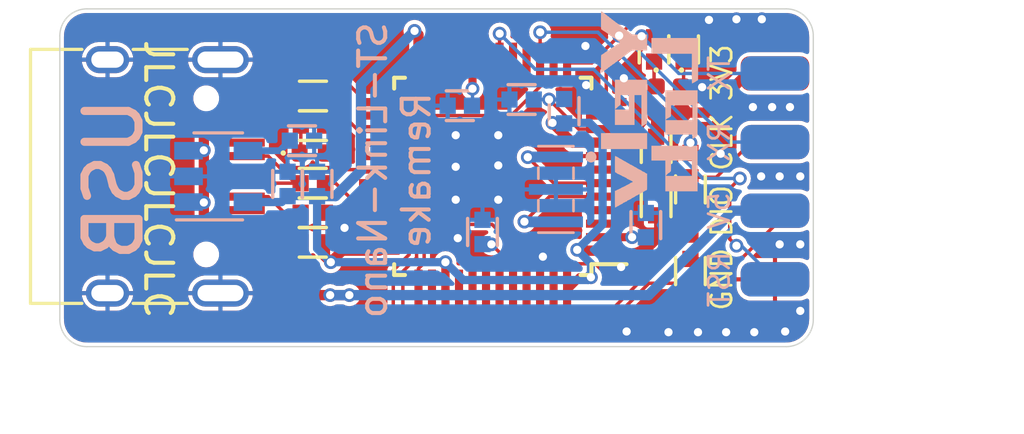
<source format=kicad_pcb>
(kicad_pcb (version 20211014) (generator pcbnew)
  (title_block (title "ST-Link-Nano-Remake") (date "2022-04-07") (rev "V0.1") (company "yelvlab") (comment 1 "Frome peng-zhihui") (comment 2 "Remake") (comment 3 "https://github.com/peng-zhihui/ST-Link-Nano"))
  (layers (0 "F.Cu" signal) (31 "B.Cu" signal) (34 "B.Paste" user) (35 "F.Paste" user) (36 "B.SilkS" user "B.Silkscreen") (37 "F.SilkS" user "F.Silkscreen") (38 "B.Mask" user) (39 "F.Mask" user) (44 "Edge.Cuts" user))
  (net 0 "")
  (net 1 "GND")
  (net 2 "/RST")
  (net 3 "Net-(C2-Pad2)")
  (net 4 "VCC")
  (net 5 "/LED_B")
  (net 6 "Net-(D1-Pad1)")
  (net 7 "/TX")
  (net 8 "Net-(D2-Pad1)")
  (net 9 "/RX")
  (net 10 "Net-(D3-Pad1)")
  (net 11 "Net-(J1-Pad3)")
  (net 12 "Net-(J1-Pad5)")
  (net 13 "+5V")
  (net 14 "/nRST")
  (net 15 "/JTCK")
  (net 16 "/ST_SWCLK")
  (net 17 "/JTMS")
  (net 18 "/ST_SWDIO")
  (net 20 "/USB_N")
  (net 21 "/USB_P")
  (net 23 "Net-(R1-Pad1)")
  (net 24 "Net-(R3-Pad2)")
  (net 25 "Net-(R4-Pad1)")
  (net 26 "Net-(R6-Pad1)")
  (net 27 "Net-(R7-Pad2)")
  (net 28 "Net-(R10-Pad1)")
  (net 29 "Net-(R13-Pad2)")
  (net 44 "Net-(U1-Pad6)")
  (net 45 "Net-(U1-Pad5)")
  (footprint "BPI:C0402" (layer "F.Cu") (at 136.0678 96.1898 90)
    (fp_text reference "C1" hide)
    (fp_text value "104")
    (pad "1" smd rect locked (at -0.45 0 90) (size 0.6 0.6) (layers "F.Cu" "F.Paste" "F.Mask") (net 1 "GND"))
    (pad "2" smd rect locked (at 0.45 0 90) (size 0.6 0.6) (layers "F.Cu" "F.Paste" "F.Mask") (net 2 "/RST"))
  )
  (footprint "LED_SMD:LED_0402_1005Metric" (layer "F.Cu") (at 123.3583 94.3356)
    (fp_text reference "D1" hide)
    (fp_text value "LED_B")
    (pad "1" smd roundrect locked (at -0.485 0) (size 0.59 0.64) (layers "F.Cu" "F.Paste" "F.Mask") (net 6 "Net-(D1-Pad1)"))
    (pad "2" smd roundrect locked (at 0.485 0) (size 0.59 0.64) (layers "F.Cu" "F.Paste" "F.Mask") (net 5 "/LED_B"))
  )
  (footprint "LED_SMD:LED_0402_1005Metric" (layer "F.Cu") (at 136.0678 92.3544 -90)
    (fp_text reference "D2" hide)
    (fp_text value "LED_B")
    (pad "1" smd roundrect locked (at -0.485 0 270) (size 0.59 0.64) (layers "F.Cu" "F.Paste" "F.Mask") (net 8 "Net-(D2-Pad1)"))
    (pad "2" smd roundrect locked (at 0.485 0 270) (size 0.59 0.64) (layers "F.Cu" "F.Paste" "F.Mask") (net 4 "VCC"))
  )
  (footprint "BPI:PinSocket_2x04_P2.54mm_Vertical_SMD" (layer "F.Cu") (at 142.9866 95.1992)
    (fp_text reference "J1" hide)
    (fp_text value "SWD_OUT")
    (pad "1" smd roundrect locked (at -2.52 -3.81) (size 2.54 1.27) (layers "F.Cu" "F.Paste" "F.Mask") (net 4 "VCC"))
    (pad "2" smd roundrect locked (at -2.52 -3.81) (size 2.54 1.27) (layers "B.Cu" "B.Paste" "B.Mask") (roundrect_rratio 0.3) (net 7 "/TX"))
    (pad "3" smd roundrect locked (at -2.52 -1.27) (size 2.54 1.27) (layers "F.Cu" "F.Paste" "F.Mask") (roundrect_rratio 0.3) (net 11 "Net-(J1-Pad3)"))
    (pad "4" smd roundrect locked (at -2.52 -1.27) (size 2.54 1.27) (layers "B.Cu" "B.Paste" "B.Mask") (roundrect_rratio 0.3) (net 9 "/RX"))
    (pad "5" smd roundrect locked (at -2.52 1.27) (size 2.54 1.27) (layers "F.Cu" "F.Paste" "F.Mask") (roundrect_rratio 0.3) (net 12 "Net-(J1-Pad5)"))
    (pad "6" smd roundrect locked (at -2.52 1.27) (size 2.54 1.27) (layers "B.Cu" "B.Paste" "B.Mask") (roundrect_rratio 0.3) (net 13 "+5V"))
    (pad "7" smd roundrect locked (at -2.52 3.81) (size 2.54 1.27) (layers "F.Cu" "F.Paste" "F.Mask") (roundrect_rratio 0.3) (net 1 "GND"))
    (pad "8" smd roundrect locked (at -2.52 3.81) (size 2.54 1.27) (layers "B.Cu" "B.Paste" "B.Mask") (roundrect_rratio 0.3) (net 14 "/nRST"))
  )
  (footprint "BPI:JUMPER_0402" (layer "F.Cu") (at 137.3378 95.6818 90)
    (fp_text reference "JP1" hide)
    (fp_text value "Jumper_3_Bridged12" hide)
    (pad "1" smd rect locked (at -0.45 0 90) (size 0.6 0.6) (layers "F.Cu" "F.Paste" "F.Mask") (net 16 "/ST_SWCLK"))
    (pad "2" smd rect locked (at 0.45 0 90) (size 0.6 0.6) (layers "F.Cu" "F.Paste" "F.Mask") (net 11 "Net-(J1-Pad3)"))
    (pad "3" smd rect locked (at 1.35 0 90) (size 0.6 0.6) (layers "F.Cu" "F.Paste" "F.Mask") (net 15 "/JTCK"))
  )
  (footprint "BPI:JUMPER_0402" (layer "F.Cu") (at 137.3378 98.7044 90)
    (fp_text reference "JP2" hide)
    (fp_text value "Jumper_3_Bridged12" hide)
    (pad "1" smd rect locked (at -0.45 0 90) (size 0.6 0.6) (layers "F.Cu" "F.Paste" "F.Mask") (net 18 "/ST_SWDIO"))
    (pad "2" smd rect locked (at 0.45 0 90) (size 0.6 0.6) (layers "F.Cu" "F.Paste" "F.Mask") (net 12 "Net-(J1-Pad5)"))
    (pad "3" smd rect locked (at 1.35 0 90) (size 0.6 0.6) (layers "F.Cu" "F.Paste" "F.Mask") (net 17 "/JTMS"))
  )
  (footprint "Connector_USB:USB_C_Receptacle_HRO_TYPE-C-31-M-12" (layer "F.Cu") (at 116.8146 95.1992 -90)
    (fp_text reference "P1" hide)
    (fp_text value "USB_C_Plug")
    (pad "" np_thru_hole circle locked (at 2.89 -2.6 270) (size 0.65 0.65) (drill 0.65) (layers *.Cu *.Mask))
    (pad "" np_thru_hole circle locked (at -2.89 -2.6 270) (size 0.65 0.65) (drill 0.65) (layers *.Cu *.Mask))
    (pad "A1" smd rect locked (at -3.25 -4.045 270) (size 0.6 1.45) (layers "F.Cu" "F.Paste" "F.Mask") (net 1 "GND"))
    (pad "A4" smd rect locked (at -2.45 -4.045 270) (size 0.6 1.45) (layers "F.Cu" "F.Paste" "F.Mask") (net 13 "+5V"))
    (pad "A5" smd rect locked (at -1.25 -4.045 270) (size 0.3 1.45) (layers "F.Cu" "F.Paste" "F.Mask"))
    (pad "A6" smd rect locked (at -0.25 -4.045 270) (size 0.3 1.45) (layers "F.Cu" "F.Paste" "F.Mask") (net 21 "/USB_P"))
    (pad "A7" smd rect locked (at 0.25 -4.045 270) (size 0.3 1.45) (layers "F.Cu" "F.Paste" "F.Mask") (net 20 "/USB_N"))
    (pad "A8" smd rect locked (at 1.25 -4.045 270) (size 0.3 1.45) (layers "F.Cu" "F.Paste" "F.Mask"))
    (pad "A9" smd rect locked (at 2.45 -4.045 270) (size 0.6 1.45) (layers "F.Cu" "F.Paste" "F.Mask") (net 13 "+5V"))
    (pad "A12" smd rect locked (at 3.25 -4.045 270) (size 0.6 1.45) (layers "F.Cu" "F.Paste" "F.Mask") (net 1 "GND"))
    (pad "B1" smd rect locked (at 3.25 -4.045 270) (size 0.6 1.45) (layers "F.Cu" "F.Paste" "F.Mask") (net 1 "GND"))
    (pad "B4" smd rect locked (at 2.45 -4.045 270) (size 0.6 1.45) (layers "F.Cu" "F.Paste" "F.Mask") (net 13 "+5V"))
    (pad "B5" smd rect locked (at 1.75 -4.045 270) (size 0.3 1.45) (layers "F.Cu" "F.Paste" "F.Mask"))
    (pad "B6" smd rect locked (at 0.75 -4.045 270) (size 0.3 1.45) (layers "F.Cu" "F.Paste" "F.Mask") (net 21 "/USB_P"))
    (pad "B7" smd rect locked (at -0.75 -4.045 270) (size 0.3 1.45) (layers "F.Cu" "F.Paste" "F.Mask") (net 20 "/USB_N"))
    (pad "B8" smd rect locked (at -1.75 -4.045 270) (size 0.3 1.45) (layers "F.Cu" "F.Paste" "F.Mask"))
    (pad "B9" smd rect locked (at -2.45 -4.045 270) (size 0.6 1.45) (layers "F.Cu" "F.Paste" "F.Mask") (net 13 "+5V"))
    (pad "B12" smd rect locked (at -3.25 -4.045 270) (size 0.6 1.45) (layers "F.Cu" "F.Paste" "F.Mask") (net 1 "GND"))
    (pad "S1" thru_hole oval locked (at -4.32 -3.13 270) (size 1 2.1) (drill oval 0.6 1.7) (layers *.Cu *.Mask) (net 1 "GND"))
    (pad "S1" thru_hole oval locked (at 4.32 -3.13 270) (size 1 2.1) (drill oval 0.6 1.7) (layers *.Cu *.Mask) (net 1 "GND"))
    (pad "S1" thru_hole oval locked (at 4.32 1.05 270) (size 1 1.6) (drill oval 0.6 1.2) (layers *.Cu *.Mask) (net 1 "GND"))
    (pad "S1" thru_hole oval locked (at -4.32 1.05 270) (size 1 1.6) (drill oval 0.6 1.2) (layers *.Cu *.Mask) (net 1 "GND"))
  )
  (footprint "BPI:R0402" (layer "F.Cu") (at 123.3606 95.4532 180)
    (fp_text reference "R4" hide)
    (fp_text value "22R")
    (pad "1" smd rect locked (at -0.45 0 180) (size 0.6 0.6) (layers "F.Cu" "F.Paste" "F.Mask") (net 25 "Net-(R4-Pad1)"))
    (pad "2" smd rect locked (at 0.45 0 180) (size 0.6 0.6) (layers "F.Cu" "F.Paste" "F.Mask") (net 20 "/USB_N"))
  )
  (footprint "BPI:R0402" (layer "F.Cu") (at 123.3678 93.3196 180)
    (fp_text reference "R5" hide)
    (fp_text value "3K3")
    (pad "1" smd rect locked (at -0.45 0 180) (size 0.6 0.6) (layers "F.Cu" "F.Paste" "F.Mask") (net 1 "GND"))
    (pad "2" smd rect locked (at 0.45 0 180) (size 0.6 0.6) (layers "F.Cu" "F.Paste" "F.Mask") (net 6 "Net-(D1-Pad1)"))
  )
  (footprint "BPI:R0402" (layer "F.Cu") (at 123.3606 96.5454 180)
    (fp_text reference "R6" hide)
    (fp_text value "22R")
    (pad "1" smd rect locked (at -0.45 0 180) (size 0.6 0.6) (layers "F.Cu" "F.Paste" "F.Mask") (net 26 "Net-(R6-Pad1)"))
    (pad "2" smd rect locked (at 0.45 0 180) (size 0.6 0.6) (layers "F.Cu" "F.Paste" "F.Mask") (net 21 "/USB_P"))
  )
  (footprint "BPI:R0402" (layer "F.Cu") (at 123.3678 92.2274 180)
    (fp_text reference "R7" hide)
    (fp_text value "10K")
    (pad "1" smd rect locked (at -0.45 0 180) (size 0.6 0.6) (layers "F.Cu" "F.Paste" "F.Mask") (net 17 "/JTMS"))
    (pad "2" smd rect locked (at 0.45 0 180) (size 0.6 0.6) (layers "F.Cu" "F.Paste" "F.Mask") (net 27 "Net-(R7-Pad2)"))
  )
  (footprint "BPI:R0402" (layer "F.Cu") (at 135.9916 90.5002 90)
    (fp_text reference "R8" hide)
    (fp_text value "680R")
    (pad "1" smd rect locked (at -0.45 0 90) (size 0.6 0.6) (layers "F.Cu" "F.Paste" "F.Mask") (net 8 "Net-(D2-Pad1)"))
    (pad "2" smd rect locked (at 0.45 0 90) (size 0.6 0.6) (layers "F.Cu" "F.Paste" "F.Mask") (net 7 "/TX"))
  )
  (footprint "BPI:R0402" (layer "F.Cu") (at 137.0838 90.5002 90)
    (fp_text reference "R9" hide)
    (fp_text value "680R")
    (pad "1" smd rect locked (at -0.45 0 90) (size 0.6 0.6) (layers "F.Cu" "F.Paste" "F.Mask") (net 10 "Net-(D3-Pad1)"))
    (pad "2" smd rect locked (at 0.45 0 90) (size 0.6 0.6) (layers "F.Cu" "F.Paste" "F.Mask") (net 9 "/RX"))
  )
  (footprint "BPI:R0402" (layer "F.Cu") (at 123.360612 97.6376)
    (fp_text reference "R11" hide)
    (fp_text value "10K")
    (pad "1" smd rect locked (at -0.45 0) (size 0.6 0.6) (layers "F.Cu" "F.Paste" "F.Mask") (net 21 "/USB_P"))
    (pad "2" smd rect locked (at 0.45 0) (size 0.6 0.6) (layers "F.Cu" "F.Paste" "F.Mask") (net 4 "VCC"))
  )
  (footprint "BPI:R0402" (layer "F.Cu") (at 136.0678 94.1832 -90)
    (fp_text reference "R12" hide)
    (fp_text value "10K")
    (pad "1" smd rect locked (at -0.45 0 270) (size 0.6 0.6) (layers "F.Cu" "F.Paste" "F.Mask") (net 4 "VCC"))
    (pad "2" smd rect locked (at 0.45 0 270) (size 0.6 0.6) (layers "F.Cu" "F.Paste" "F.Mask") (net 2 "/RST"))
  )
  (footprint "LED_SMD:LED_0402_1005Metric" (layer "F.Cu") (at 137.0076 92.3544 -90)
    (fp_text reference "D3" hide)
    (fp_text value "LED_B")
    (pad "1" smd roundrect locked (at -0.485 0 270) (size 0.59 0.64) (layers "F.Cu" "F.Paste" "F.Mask") (net 10 "Net-(D3-Pad1)"))
    (pad "2" smd roundrect locked (at 0.485 0 270) (size 0.59 0.64) (layers "F.Cu" "F.Paste" "F.Mask") (net 4 "VCC"))
  )
  (footprint "BPI:QFP-48_7x7_Pitch0.5mm" (layer "F.Cu") (at 130.0226 95.1992 180)
    (fp_text reference "U1" hide)
    (fp_text value "STM32F103CBT6")
    (pad "1" smd rect locked (at -4.2 -2.75 270) (size 0.3 1.5) (layers "F.Cu" "F.Paste" "F.Mask") (net 4 "VCC"))
    (pad "2" smd rect locked (at -4.2 -2.25 270) (size 0.3 1.5) (layers "F.Cu" "F.Paste" "F.Mask") (net 28 "Net-(R10-Pad1)"))
    (pad "3" smd rect locked (at -4.2 -1.75 270) (size 0.3 1.5) (layers "F.Cu" "F.Paste" "F.Mask"))
    (pad "4" smd rect locked (at -4.2 -1.25 270) (size 0.3 1.5) (layers "F.Cu" "F.Paste" "F.Mask"))
    (pad "5" smd rect locked (at -4.2 -0.75 270) (size 0.3 1.5) (layers "F.Cu" "F.Paste" "F.Mask") (net 45 "Net-(U1-Pad5)"))
    (pad "6" smd rect locked (at -4.2 -0.25 270) (size 0.3 1.5) (layers "F.Cu" "F.Paste" "F.Mask") (net 44 "Net-(U1-Pad6)"))
    (pad "7" smd rect locked (at -4.2 0.25 270) (size 0.3 1.5) (layers "F.Cu" "F.Paste" "F.Mask") (net 2 "/RST"))
    (pad "8" smd rect locked (at -4.2 0.75 270) (size 0.3 1.5) (layers "F.Cu" "F.Paste" "F.Mask") (net 1 "GND"))
    (pad "9" smd rect locked (at -4.2 1.25 270) (size 0.3 1.5) (layers "F.Cu" "F.Paste" "F.Mask") (net 4 "VCC"))
    (pad "10" smd rect locked (at -4.2 1.75 270) (size 0.3 1.5) (layers "F.Cu" "F.Paste" "F.Mask") (net 23 "Net-(R1-Pad1)"))
    (pad "11" smd rect locked (at -4.2 2.25 270) (size 0.3 1.5) (layers "F.Cu" "F.Paste" "F.Mask"))
    (pad "12" smd rect locked (at -4.2 2.75 270) (size 0.3 1.5) (layers "F.Cu" "F.Paste" "F.Mask") (net 7 "/TX"))
    (pad "13" smd rect locked (at -2.75 4.2 180) (size 0.3 1.5) (layers "F.Cu" "F.Paste" "F.Mask") (net 9 "/RX"))
    (pad "14" smd rect locked (at -2.25 4.2 180) (size 0.3 1.5) (layers "F.Cu" "F.Paste" "F.Mask"))
    (pad "15" smd rect locked (at -1.75 4.2 180) (size 0.3 1.5) (layers "F.Cu" "F.Paste" "F.Mask") (net 15 "/JTCK"))
    (pad "16" smd rect locked (at -1.25 4.2 180) (size 0.3 1.5) (layers "F.Cu" "F.Paste" "F.Mask"))
    (pad "17" smd rect locked (at -0.75 4.2 180) (size 0.3 1.5) (layers "F.Cu" "F.Paste" "F.Mask"))
    (pad "18" smd rect locked (at -0.25 4.2 180) (size 0.3 1.5) (layers "F.Cu" "F.Paste" "F.Mask") (net 14 "/nRST"))
    (pad "19" smd rect locked (at 0.25 4.2 180) (size 0.3 1.5) (layers "F.Cu" "F.Paste" "F.Mask"))
    (pad "20" smd rect locked (at 0.75 4.2 180) (size 0.3 1.5) (layers "F.Cu" "F.Paste" "F.Mask") (net 24 "Net-(R3-Pad2)"))
    (pad "21" smd rect locked (at 1.25 4.2 180) (size 0.3 1.5) (layers "F.Cu" "F.Paste" "F.Mask") (net 1 "GND"))
    (pad "22" smd rect locked (at 1.75 4.2 180) (size 0.3 1.5) (layers "F.Cu" "F.Paste" "F.Mask"))
    (pad "23" smd rect locked (at 2.25 4.2 180) (size 0.3 1.5) (layers "F.Cu" "F.Paste" "F.Mask") (net 1 "GND"))
    (pad "24" smd rect locked (at 2.75 4.2 180) (size 0.3 1.5) (layers "F.Cu" "F.Paste" "F.Mask") (net 4 "VCC"))
    (pad "25" smd rect locked (at 4.2 2.75 270) (size 0.3 1.5) (layers "F.Cu" "F.Paste" "F.Mask") (net 27 "Net-(R7-Pad2)"))
    (pad "26" smd rect locked (at 4.2 2.25 270) (size 0.3 1.5) (layers "F.Cu" "F.Paste" "F.Mask") (net 15 "/JTCK"))
    (pad "27" smd rect locked (at 4.2 1.75 270) (size 0.3 1.5) (layers "F.Cu" "F.Paste" "F.Mask") (net 17 "/JTMS"))
    (pad "28" smd rect locked (at 4.2 1.25 270) (size 0.3 1.5) (layers "F.Cu" "F.Paste" "F.Mask"))
    (pad "29" smd rect locked (at 4.2 0.75 270) (size 0.3 1.5) (layers "F.Cu" "F.Paste" "F.Mask"))
    (pad "30" smd rect locked (at 4.2 0.25 270) (size 0.3 1.5) (layers "F.Cu" "F.Paste" "F.Mask") (net 5 "/LED_B"))
    (pad "31" smd rect locked (at 4.2 -0.25 270) (size 0.3 1.5) (layers "F.Cu" "F.Paste" "F.Mask"))
    (pad "32" smd rect locked (at 4.2 -0.75 270) (size 0.3 1.5) (layers "F.Cu" "F.Paste" "F.Mask") (net 25 "Net-(R4-Pad1)"))
    (pad "33" smd rect locked (at 4.2 -1.25 270) (size 0.3 1.5) (layers "F.Cu" "F.Paste" "F.Mask") (net 26 "Net-(R6-Pad1)"))
    (pad "34" smd rect locked (at 4.2 -1.75 270) (size 0.3 1.5) (layers "F.Cu" "F.Paste" "F.Mask") (net 18 "/ST_SWDIO"))
    (pad "35" smd rect locked (at 4.2 -2.25 270) (size 0.3 1.5) (layers "F.Cu" "F.Paste" "F.Mask") (net 1 "GND"))
    (pad "36" smd rect locked (at 4.2 -2.75 270) (size 0.3 1.5) (layers "F.Cu" "F.Paste" "F.Mask") (net 4 "VCC"))
    (pad "37" smd rect locked (at 2.75 -4.2 180) (size 0.3 1.5) (layers "F.Cu" "F.Paste" "F.Mask") (net 16 "/ST_SWCLK"))
    (pad "38" smd rect locked (at 2.25 -4.2 180) (size 0.3 1.5) (layers "F.Cu" "F.Paste" "F.Mask"))
    (pad "39" smd rect locked (at 1.75 -4.2 180) (size 0.3 1.5) (layers "F.Cu" "F.Paste" "F.Mask") (net 4 "VCC"))
    (pad "40" smd rect locked (at 1.25 -4.2 180) (size 0.3 1.5) (layers "F.Cu" "F.Paste" "F.Mask"))
    (pad "41" smd rect locked (at 0.75 -4.2 180) (size 0.3 1.5) (layers "F.Cu" "F.Paste" "F.Mask"))
    (pad "42" smd rect locked (at 0.25 -4.2 180) (size 0.3 1.5) (layers "F.Cu" "F.Paste" "F.Mask"))
    (pad "43" smd rect locked (at -0.25 -4.2 180) (size 0.3 1.5) (layers "F.Cu" "F.Paste" "F.Mask"))
    (pad "44" smd rect locked (at -0.75 -4.2 180) (size 0.3 1.5) (layers "F.Cu" "F.Paste" "F.Mask") (net 29 "Net-(R13-Pad2)"))
    (pad "45" smd rect locked (at -1.25 -4.2 180) (size 0.3 1.5) (layers "F.Cu" "F.Paste" "F.Mask"))
    (pad "46" smd rect locked (at -1.75 -4.2 180) (size 0.3 1.5) (layers "F.Cu" "F.Paste" "F.Mask"))
    (pad "47" smd rect locked (at -2.25 -4.2 180) (size 0.3 1.5) (layers "F.Cu" "F.Paste" "F.Mask") (net 1 "GND"))
    (pad "48" smd rect locked (at -2.75 -4.2 180) (size 0.3 1.5) (layers "F.Cu" "F.Paste" "F.Mask") (net 4 "VCC"))
  )
  (footprint "BPI:C0402" (layer "B.Cu") (at 122.9614 93.8784 180)
    (fp_text reference "C2" hide)
    (fp_text value "106")
    (pad "1" smd rect locked (at -0.45 0 180) (size 0.6 0.6) (layers "B.Cu" "B.Paste" "B.Mask") (net 1 "GND"))
    (pad "2" smd rect locked (at 0.45 0 180) (size 0.6 0.6) (layers "B.Cu" "B.Paste" "B.Mask") (net 3 "Net-(C2-Pad2)"))
  )
  (footprint "BPI:C0402" (layer "B.Cu") (at 122.428 95.4786 -90)
    (fp_text reference "C3" hide)
    (fp_text value "106" hide)
    (pad "1" smd rect locked (at -0.45 0 270) (size 0.6 0.6) (layers "B.Cu" "B.Paste" "B.Mask") (net 1 "GND"))
    (pad "2" smd rect locked (at 0.45 0 270) (size 0.6 0.6) (layers "B.Cu" "B.Paste" "B.Mask") (net 4 "VCC"))
  )
  (footprint "BPI:C0402" (layer "B.Cu") (at 123.5202 95.4786 -90)
    (fp_text reference "C4" hide)
    (fp_text value "104" hide)
    (pad "1" smd rect locked (at -0.45 0 270) (size 0.6 0.6) (layers "B.Cu" "B.Paste" "B.Mask") (net 1 "GND"))
    (pad "2" smd rect locked (at 0.45 0 270) (size 0.6 0.6) (layers "B.Cu" "B.Paste" "B.Mask") (net 4 "VCC"))
  )
  (footprint "BPI:R0402" (layer "B.Cu") (at 132.6642 92.7862 -90)
    (fp_text reference "R1" hide)
    (fp_text value "10K" hide)
    (pad "1" smd rect locked (at -0.45 0 270) (size 0.6 0.6) (layers "B.Cu" "B.Paste" "B.Mask") (net 23 "Net-(R1-Pad1)"))
    (pad "2" smd rect locked (at 0.45 0 270) (size 0.6 0.6) (layers "B.Cu" "B.Paste" "B.Mask") (net 4 "VCC"))
  )
  (footprint "BPI:R0402" (layer "B.Cu") (at 131.0894 92.3544 180)
    (fp_text reference "R2" hide)
    (fp_text value "10K" hide)
    (pad "1" smd rect locked (at -0.45 0 180) (size 0.6 0.6) (layers "B.Cu" "B.Paste" "B.Mask") (net 23 "Net-(R1-Pad1)"))
    (pad "2" smd rect locked (at 0.45 0 180) (size 0.6 0.6) (layers "B.Cu" "B.Paste" "B.Mask") (net 1 "GND"))
  )
  (footprint "BPI:R0402" (layer "B.Cu") (at 128.8034 92.583)
    (fp_text reference "R3" hide)
    (fp_text value "10K")
    (pad "1" smd rect locked (at -0.45 0) (size 0.6 0.6) (layers "B.Cu" "B.Paste" "B.Mask") (net 1 "GND"))
    (pad "2" smd rect locked (at 0.45 0) (size 0.6 0.6) (layers "B.Cu" "B.Paste" "B.Mask") (net 24 "Net-(R3-Pad2)"))
  )
  (footprint "BPI:R0402" (layer "B.Cu") (at 135.6868 97.0026 90)
    (fp_text reference "R10" hide)
    (fp_text value "10K" hide)
    (pad "1" smd rect locked (at -0.45 0 90) (size 0.6 0.6) (layers "B.Cu" "B.Paste" "B.Mask") (net 28 "Net-(R10-Pad1)"))
    (pad "2" smd rect locked (at 0.45 0 90) (size 0.6 0.6) (layers "B.Cu" "B.Paste" "B.Mask") (net 1 "GND"))
  )
  (footprint "BPI:R0402" (layer "B.Cu") (at 129.6416 97.2566 -90)
    (fp_text reference "R13" hide)
    (fp_text value "10K" hide)
    (pad "1" smd rect locked (at -0.45 0 270) (size 0.6 0.6) (layers "B.Cu" "B.Paste" "B.Mask") (net 1 "GND"))
    (pad "2" smd rect locked (at 0.45 0 270) (size 0.6 0.6) (layers "B.Cu" "B.Paste" "B.Mask") (net 29 "Net-(R13-Pad2)"))
  )
  (footprint "Package_TO_SOT_SMD:SOT-23-5" (layer "B.Cu") (at 119.8626 95.1992)
    (fp_text reference "U2" hide)
    (fp_text value "LP2992-3V3")
    (pad "1" smd rect locked (at -1.1 0.95) (size 1.06 0.65) (layers "B.Cu" "B.Paste" "B.Mask") (net 13 "+5V"))
    (pad "2" smd rect locked (at -1.1 0) (size 1.06 0.65) (layers "B.Cu" "B.Paste" "B.Mask") (net 1 "GND"))
    (pad "3" smd rect locked (at -1.1 -0.95) (size 1.06 0.65) (layers "B.Cu" "B.Paste" "B.Mask") (net 13 "+5V"))
    (pad "4" smd rect locked (at 1.1 -0.95) (size 1.06 0.65) (layers "B.Cu" "B.Paste" "B.Mask") (net 3 "Net-(C2-Pad2)"))
    (pad "5" smd rect locked (at 1.1 0.95) (size 1.06 0.65) (layers "B.Cu" "B.Paste" "B.Mask") (net 4 "VCC"))
  )
  (footprint "BPI:CSTCE16M" (layer "B.Cu") (at 132.3594 95.6818 90)
    (fp_text reference "Y1" hide)
    (fp_text value "Crystal_8M-3213-3P" hide)
    (pad "1" smd rect locked (at 1.2 0 90) (size 0.4 2) (layers "B.Cu" "B.Paste" "B.Mask") (net 44 "Net-(U1-Pad6)"))
    (pad "2" smd rect locked (at 0 0 90) (size 0.4 2) (layers "B.Cu" "B.Paste" "B.Mask") (net 1 "GND"))
    (pad "3" smd rect locked (at -1.2 0 90) (size 0.4 2) (layers "B.Cu" "B.Paste" "B.Mask") (net 45 "Net-(U1-Pad5)"))
  )
  (footprint "Image:yelvlab-1" (layer "B.Cu") (at 135.763 92.7608 -90)
    (fp_text reference "G***" hide)
    (fp_text value "LOGO" hide)
  )
  (gr_line (start 114 100.5) (end 114 90) (layer "Edge.Cuts") (width 0.05))
  (gr_arc (start 114 90) (mid 114.292893 89.292893) (end 115 89) (layer "Edge.Cuts") (width 0.05))
  (gr_line (start 115 89) (end 140.8844 89) (layer "Edge.Cuts") (width 0.05))
  (gr_line (start 115 101.5) (end 140.8844 101.5) (layer "Edge.Cuts") (width 0.05))
  (gr_arc (start 115 101.5) (mid 114.292893 101.207107) (end 114 100.5) (layer "Edge.Cuts") (width 0.05))
  (gr_arc (start 141.8844 100.5) (mid 141.591507 101.207107) (end 140.8844 101.5) (layer "Edge.Cuts") (width 0.05))
  (gr_arc (start 140.8844 89) (mid 141.591507 89.292893) (end 141.8844 90) (layer "Edge.Cuts") (width 0.05))
  (gr_line (start 141.8844 90) (end 141.8844 100.5) (layer "Edge.Cuts") (width 0.05))
  (gr_text "RX" (at 138.4046 93.9165 90) (layer "B.SilkS") (effects (font (size 0.762 0.762) (thickness 0.1016)) (justify mirror)))
  (gr_text "5V" (at 138.4046 96.4692 90) (layer "B.SilkS") (effects (font (size 0.762 0.762) (thickness 0.1016)) (justify mirror)))
  (gr_text "ST-Link-Nano\nRemake" (at 126.3904 94.9706 90) (layer "B.SilkS") (effects (font (size 1 1)) (justify mirror)))
  (gr_text "RST" (at 138.4046 99.0092 90) (layer "B.SilkS") (effects (font (size 0.762 0.762) (thickness 0.1016)) (justify mirror)))
  (gr_text "TX" (at 138.4046 91.3892 90) (layer "B.SilkS") (effects (font (size 0.762 0.762) (thickness 0.1016)) (justify mirror)))
  (gr_text "USB" (at 116.0018 95.3008 90) (layer "B.SilkS") (effects (font (size 2 2) (thickness 0.3)) (justify mirror)))
  (gr_text "CLK" (at 138.4988 93.9292 90) (layer "F.SilkS") (effects (font (size 0.762 0.762) (thickness 0.1016))))
  (gr_text "JLCJLCJLCJLC\n" (at 117.6528 95.3008 -90) (layer "F.SilkS") (effects (font (size 1 1))))
  (gr_text "DIO" (at 138.4988 96.4819 90) (layer "F.SilkS") (effects (font (size 0.762 0.762) (thickness 0.1016))))
  (gr_text "3V3" (at 138.4988 91.3638 90) (layer "F.SilkS") (effects (font (size 0.762 0.762) (thickness 0.1016))))
  (gr_text "GND" (at 138.4988 99.0092 90) (layer "F.SilkS") (effects (font (size 0.762 0.762) (thickness 0.1016))))
  (segment (start 121.7116 91.9492) (end 120.8596 91.9492) (width 0.127) (layer "F.Cu") (net 1))
  (segment (start 123.7114 92.7862) (end 122.5486 92.7862) (width 0.127) (layer "F.Cu") (net 1))
  (segment (start 123.8178 93.3196) (end 123.8178 92.8926) (width 0.127) (layer "F.Cu") (net 1))
  (segment (start 123.8178 92.8926) (end 123.7114 92.7862) (width 0.127) (layer "F.Cu") (net 1))
  (segment (start 122.5486 92.7862) (end 121.7116 91.9492) (width 0.127) (layer "F.Cu") (net 1))
  (via (at 137.7696 91.8972) (size 0.508) (drill 0.3048) (layers "F.Cu" "B.Cu") (net 1))
  (via (at 139.6492 92.6338) (size 0.508) (drill 0.3048) (layers "F.Cu" "B.Cu") (net 1))
  (via (at 140.3604 92.6338) (size 0.508) (drill 0.3048) (layers "F.Cu" "B.Cu") (net 1))
  (via (at 133.477 91.821) (size 0.508) (drill 0.3048) (layers "F.Cu" "B.Cu") (net 1))
  (via (at 124.5362 97.1042) (size 0.508) (drill 0.3048) (layers "F.Cu" "B.Cu") (net 1))
  (via (at 128.651 94.8436) (size 0.508) (drill 0.3048) (layers "F.Cu" "B.Cu") (net 1))
  (via (at 130.2258 93.6752) (size 0.508) (drill 0.3048) (layers "F.Cu" "B.Cu") (net 1))
  (via (at 140.6398 95.1992) (size 0.508) (drill 0.3048) (layers "F.Cu" "B.Cu") (net 1))
  (via (at 141.4018 97.7138) (size 0.508) (drill 0.3048) (layers "F.Cu" "B.Cu") (net 1))
  (via (at 133.4516 90.3732) (size 0.508) (drill 0.3048) (layers "F.Cu" "B.Cu") (net 1))
  (via (at 138.0236 89.408) (size 0.508) (drill 0.3048) (layers "F.Cu" "B.Cu") (net 1))
  (via (at 134.9756 100.9396) (size 0.508) (drill 0.3048) (layers "F.Cu" "B.Cu") (net 1))
  (via (at 139.0396 89.3826) (size 0.508) (drill 0.3048) (layers "F.Cu" "B.Cu") (net 1))
  (via (at 138.6586 100.965) (size 0.508) (drill 0.3048) (layers "F.Cu" "B.Cu") (net 1))
  (via (at 140.6398 97.7138) (size 0.508) (drill 0.3048) (layers "F.Cu" "B.Cu") (net 1))
  (via (at 139.954 95.1992) (size 0.508) (drill 0.3048) (layers "F.Cu" "B.Cu") (net 1))
  (via (at 139.7 100.965) (size 0.508) (drill 0.3048) (layers "F.Cu" "B.Cu") (net 1))
  (via (at 139.9794 89.3826) (size 0.508) (drill 0.3048) (layers "F.Cu" "B.Cu") (net 1))
  (via (at 140.843 100.9396) (size 0.508) (drill 0.3048) (layers "F.Cu" "B.Cu") (net 1))
  (via (at 141.4018 95.1992) (size 0.508) (drill 0.3048) (layers "F.Cu" "B.Cu") (net 1))
  (via (at 134.7724 98.552) (size 0.508) (drill 0.3048) (layers "F.Cu" "B.Cu") (net 1))
  (via (at 130.2258 96.0628) (size 0.508) (drill 0.3048) (layers "F.Cu" "B.Cu") (net 1))
  (via (at 141.4018 100.1776) (size 0.508) (drill 0.3048) (layers "F.Cu" "B.Cu") (net 1))
  (via (at 130.2258 94.7928) (size 0.508) (drill 0.3048) (layers "F.Cu" "B.Cu") (net 1))
  (via (at 138.4554 94.361) (size 0.508) (drill 0.3048) (layers "F.Cu" "B.Cu") (net 1))
  (via (at 131.8768 98.171) (size 0.508) (drill 0.3048) (layers "F.Cu" "B.Cu") (net 1))
  (via (at 136.525 100.965) (size 0.508) (drill 0.3048) (layers "F.Cu" "B.Cu") (net 1))
  (via (at 134.874 91.567) (size 0.508) (drill 0.3048) (layers "F.Cu" "B.Cu") (net 1))
  (via (at 137.6172 100.965) (size 0.508) (drill 0.3048) (layers "F.Cu" "B.Cu") (net 1))
  (via (at 128.651 96.0628) (size 0.508) (drill 0.3048) (layers "F.Cu" "B.Cu") (net 1))
  (via (at 128.7272 97.4852) (size 0.508) (drill 0.3048) (layers "F.Cu" "B.Cu") (net 1))
  (via (at 141.0208 92.6338) (size 0.508) (drill 0.3048) (layers "F.Cu" "B.Cu") (net 1))
  (via (at 128.651 93.6752) (size 0.508) (drill 0.3048) (layers "F.Cu" "B.Cu") (net 1))
  (segment (start 134.2226 94.9492) (end 135.7518 94.9492) (width 0.127) (layer "F.Cu") (net 2))
  (segment (start 135.7518 94.9492) (end 136.0678 94.6332) (width 0.127) (layer "F.Cu") (net 2))
  (segment (start 136.0678 94.6332) (end 136.0678 95.7398) (width 0.127) (layer "F.Cu") (net 2))
  (segment (start 122.1406 94.2492) (end 122.5114 93.8784) (width 0.254) (layer "B.Cu") (net 3))
  (segment (start 120.9626 94.2492) (end 122.1406 94.2492) (width 0.254) (layer "B.Cu") (net 3))
  (segment (start 134.2226 97.9492) (end 133.179 97.9492) (width 0.381) (layer "F.Cu") (net 4))
  (segment (start 123.810612 98.156612) (end 124.0282 98.3742) (width 0.381) (layer "F.Cu") (net 4))
  (segment (start 134.2226 93.9492) (end 132.9636 93.9492) (width 0.381) (layer "F.Cu") (net 4))
  (segment (start 137.9958 92.8394) (end 136.0678 92.8394) (width 0.381) (layer "F.Cu") (net 4))
  (segment (start 127.2726 90.9992) (end 127.2726 89.96) (width 0.381) (layer "F.Cu") (net 4))
  (segment (start 140.4666 91.3892) (end 139.446 91.3892) (width 0.381) (layer "F.Cu") (net 4))
  (segment (start 128.27 99.3966) (end 128.2726 99.3992) (width 0.3048) (layer "F.Cu") (net 4))
  (segment (start 133.179 97.9492) (end 133.1468 97.917) (width 0.381) (layer "F.Cu") (net 4))
  (segment (start 124.4532 97.9492) (end 124.0282 98.3742) (width 0.381) (layer "F.Cu") (net 4))
  (segment (start 123.810612 97.6376) (end 123.810612 98.156612) (width 0.381) (layer "F.Cu") (net 4))
  (segment (start 133.2388 98.933) (end 132.7726 99.3992) (width 0.3048) (layer "F.Cu") (net 4))
  (segment (start 125.8226 97.9492) (end 124.4532 97.9492) (width 0.381) (layer "F.Cu") (net 4))
  (segment (start 136.0678 93.7332) (end 136.0678 92.8394) (width 0.381) (layer "F.Cu") (net 4))
  (segment (start 132.9636 93.9492) (end 132.2324 93.218) (width 0.381) (layer "F.Cu") (net 4))
  (segment (start 139.446 91.3892) (end 137.9958 92.8394) (width 0.381) (layer "F.Cu") (net 4))
  (segment (start 133.6548 98.933) (end 133.2388 98.933) (width 0.3048) (layer "F.Cu") (net 4))
  (segment (start 128.27 98.3742) (end 128.27 99.3966) (width 0.3048) (layer "F.Cu") (net 4))
  (segment (start 134.2226 93.9492) (end 135.8518 93.9492) (width 0.381) (layer "F.Cu") (net 4))
  (segment (start 127.2726 89.96) (end 127.127 89.8144) (width 0.381) (layer "F.Cu") (net 4))
  (segment (start 135.8518 93.9492) (end 136.0678 93.7332) (width 0.381) (layer "F.Cu") (net 4))
  (via (at 132.2324 93.218) (size 0.508) (drill 0.3048) (layers "F.Cu" "B.Cu") (net 4))
  (via (at 127.127 89.8144) (size 0.508) (drill 0.3048) (layers "F.Cu" "B.Cu") (net 4))
  (via (at 124.0282 98.3742) (size 0.508) (drill 0.3048) (layers "F.Cu" "B.Cu") (net 4))
  (via (at 133.6548 98.933) (size 0.508) (drill 0.3048) (layers "F.Cu" "B.Cu") (net 4))
  (via (at 133.1468 97.917) (size 0.508) (drill 0.3048) (layers "F.Cu" "B.Cu") (net 4))
  (via (at 128.27 98.3742) (size 0.508) (drill 0.3048) (layers "F.Cu" "B.Cu") (net 4))
  (segment (start 134.0866 96.9772) (end 134.0866 93.7006) (width 0.3048) (layer "B.Cu") (net 4))
  (segment (start 124.2012 95.9286) (end 123.5202 95.9286) (width 0.381) (layer "B.Cu") (net 4))
  (segment (start 133.5532 99.0346) (end 133.6548 98.933) (width 0.3048) (layer "B.Cu") (net 4))
  (segment (start 134.0866 93.7006) (end 133.604 93.218) (width 0.3048) (layer "B.Cu") (net 4))
  (segment (start 133.6548 98.425) (end 133.6548 98.933) (width 0.3048) (layer "B.Cu") (net 4))
  (segment (start 133.1468 97.917) (end 133.6548 98.425) (width 0.3048) (layer "B.Cu") (net 4))
  (segment (start 133.604 93.218) (end 132.2324 93.218) (width 0.3048) (layer "B.Cu") (net 4))
  (segment (start 125.1458 94.984) (end 124.2012 95.9286) (width 0.381) (layer "B.Cu") (net 4))
  (segment (start 122.428 95.9286) (end 123.5202 95.9286) (width 0.3048) (layer "B.Cu") (net 4))
  (segment (start 122.2074 96.1492) (end 122.428 95.9286) (width 0.3048) (layer "B.Cu") (net 4))
  (segment (start 123.5202 95.9286) (end 123.5202 97.8662) (width 0.3048) (layer "B.Cu") (net 4))
  (segment (start 125.1458 91.7956) (end 125.1458 94.984) (width 0.381) (layer "B.Cu") (net 4))
  (segment (start 123.5202 97.8662) (end 124.0282 98.3742) (width 0.3048) (layer "B.Cu") (net 4))
  (segment (start 133.1468 97.917) (end 134.0866 96.9772) (width 0.3048) (layer "B.Cu") (net 4))
  (segment (start 132.2506 93.2362) (end 132.2324 93.218) (width 0.3048) (layer "B.Cu") (net 4))
  (segment (start 128.27 98.3742) (end 128.9304 99.0346) (width 0.3048) (layer "B.Cu") (net 4))
  (segment (start 132.6642 93.2362) (end 132.2506 93.2362) (width 0.3048) (layer "B.Cu") (net 4))
  (segment (start 120.9626 96.1492) (end 122.2074 96.1492) (width 0.3048) (layer "B.Cu") (net 4))
  (segment (start 124.0282 98.3742) (end 128.27 98.3742) (width 0.3048) (layer "B.Cu") (net 4))
  (segment (start 127.127 89.8144) (end 125.1458 91.7956) (width 0.381) (layer "B.Cu") (net 4))
  (segment (start 128.9304 99.0346) (end 133.5532 99.0346) (width 0.3048) (layer "B.Cu") (net 4))
  (segment (start 124.4569 94.9492) (end 125.8226 94.9492) (width 0.127) (layer "F.Cu") (net 5))
  (segment (start 123.8433 94.3356) (end 124.4569 94.9492) (width 0.127) (layer "F.Cu") (net 5))
  (segment (start 122.9178 94.2911) (end 122.8733 94.3356) (width 0.127) (layer "F.Cu") (net 6))
  (segment (start 122.9178 93.3196) (end 122.9178 94.2911) (width 0.127) (layer "F.Cu") (net 6))
  (segment (start 134.2226 92.4492) (end 134.2226 91.3184) (width 0.127) (layer "F.Cu") (net 7))
  (segment (start 135.570432 90.0502) (end 135.530616 90.010384) (width 0.127) (layer "F.Cu") (net 7))
  (segment (start 134.2226 91.3184) (end 135.530616 90.010384) (width 0.127) (layer "F.Cu") (net 7))
  (segment (start 135.9916 90.0502) (end 135.570432 90.0502) (width 0.127) (layer "F.Cu") (net 7))
  (via (at 135.530616 90.010384) (size 0.508) (drill 0.3048) (layers "F.Cu" "B.Cu") (net 7))
  (segment (start 140.4666 91.3892) (end 136.909432 91.3892) (width 0.127) (layer "B.Cu") (net 7))
  (segment (start 136.909432 91.3892) (end 135.530616 90.010384) (width 0.127) (layer "B.Cu") (net 7))
  (segment (start 135.9916 90.9502) (end 135.9916 91.7932) (width 0.127) (layer "F.Cu") (net 8))
  (segment (start 135.9916 91.7932) (end 136.0678 91.8694) (width 0.127) (layer "F.Cu") (net 8))
  (segment (start 136.5432 89.5096) (end 135.1788 89.5096) (width 0.127) (layer "F.Cu") (net 9))
  (segment (start 132.7726 90.9992) (end 133.6892 90.9992) (width 0.127) (layer "F.Cu") (net 9))
  (segment (start 137.0838 90.0502) (end 136.5432 89.5096) (width 0.127) (layer "F.Cu") (net 9))
  (segment (start 133.6892 90.9992) (end 134.697916 89.990484) (width 0.127) (layer "F.Cu") (net 9))
  (segment (start 135.1788 89.5096) (end 134.697916 89.990484) (width 0.127) (layer "F.Cu") (net 9))
  (via (at 134.697916 89.990484) (size 0.508) (drill 0.3048) (layers "F.Cu" "B.Cu") (net 9))
  (segment (start 138.7856 93.9292) (end 134.846884 89.990484) (width 0.127) (layer "B.Cu") (net 9))
  (segment (start 134.846884 89.990484) (end 134.697916 89.990484) (width 0.127) (layer "B.Cu") (net 9))
  (segment (start 140.4666 93.9292) (end 138.7856 93.9292) (width 0.127) (layer "B.Cu") (net 9))
  (segment (start 137.0838 91.7932) (end 137.0076 91.8694) (width 0.127) (layer "F.Cu") (net 10))
  (segment (start 137.0838 90.9502) (end 137.0838 91.7932) (width 0.127) (layer "F.Cu") (net 10))
  (segment (start 138.2958 95.2318) (end 137.3378 95.2318) (width 0.127) (layer "F.Cu") (net 11))
  (segment (start 140.4666 93.9292) (end 139.5984 93.9292) (width 0.127) (layer "F.Cu") (net 11))
  (segment (start 139.5984 93.9292) (end 138.2958 95.2318) (width 0.127) (layer "F.Cu") (net 11))
  (segment (start 139.213634 98.2544) (end 140.4666 97.001434) (width 0.127) (layer "F.Cu") (net 12))
  (segment (start 137.3378 98.2544) (end 139.213634 98.2544) (width 0.127) (layer "F.Cu") (net 12))
  (segment (start 140.4666 97.001434) (end 140.4666 96.4692) (width 0.127) (layer "F.Cu") (net 12))
  (segment (start 119.3292 97.0534) (end 119.3292 96.1644) (width 0.381) (layer "F.Cu") (net 13))
  (segment (start 119.3292 96.1644) (end 119.3292 94.234) (width 0.381) (layer "F.Cu") (net 13))
  (segment (start 119.3292 94.234) (end 119.3292 93.3704) (width 0.381) (layer "F.Cu") (net 13))
  (segment (start 124.0028 99.5934) (end 124.714 99.5934) (width 0.381) (layer "F.Cu") (net 13))
  (segment (start 119.3292 93.3704) (end 119.9504 92.7492) (width 0.381) (layer "F.Cu") (net 13))
  (segment (start 119.925 97.6492) (end 119.3292 97.0534) (width 0.381) (layer "F.Cu") (net 13))
  (segment (start 121.703 97.71481) (end 123.58159 99.5934) (width 0.381) (layer "F.Cu") (net 13))
  (segment (start 123.58159 99.5934) (end 124.0028 99.5934) (width 0.381) (layer "F.Cu") (net 13))
  (segment (start 121.703 97.6492) (end 121.703 97.71481) (width 0.381) (layer "F.Cu") (net 13))
  (segment (start 119.9504 92.7492) (end 120.8596 92.7492) (width 0.381) (layer "F.Cu") (net 13))
  (segment (start 120.8596 97.6492) (end 119.925 97.6492) (width 0.381) (layer "F.Cu") (net 13))
  (segment (start 120.8596 97.6492) (end 121.703 97.6492) (width 0.381) (layer "F.Cu") (net 13))
  (via (at 124.714 99.5934) (size 0.508) (drill 0.3048) (layers "F.Cu" "B.Cu") (net 13))
  (via (at 119.3292 96.1644) (size 0.508) (drill 0.3048) (layers "F.Cu" "B.Cu") (net 13))
  (via (at 119.3292 94.234) (size 0.508) (drill 0.3048) (layers "F.Cu" "B.Cu") (net 13))
  (via (at 124.0028 99.5934) (size 0.508) (drill 0.3048) (layers "F.Cu" "B.Cu") (net 13))
  (segment (start 140.4666 96.4692) (end 138.9126 96.4692) (width 0.381) (layer "B.Cu") (net 13))
  (segment (start 124.714 99.5934) (end 124.0028 99.5934) (width 0.381) (layer "B.Cu") (net 13))
  (segment (start 138.9126 96.4692) (end 135.7884 99.5934) (width 0.381) (layer "B.Cu") (net 13))
  (segment (start 135.7884 99.5934) (end 124.714 99.5934) (width 0.381) (layer "B.Cu") (net 13))
  (segment (start 130.2726 90.9992) (end 130.2726 89.92) (width 0.127) (layer "F.Cu") (net 14))
  (segment (start 138.79068 95.65132) (end 138.79068 97.51568) (width 0.127) (layer "F.Cu") (net 14))
  (segment (start 139.1666 95.2754) (end 138.79068 95.65132) (width 0.127) (layer "F.Cu") (net 14))
  (segment (start 130.2726 89.92) (end 130.2766 89.916) (width 0.127) (layer "F.Cu") (net 14))
  (segment (start 138.79068 97.51568) (end 139.0396 97.7646) (width 0.127) (layer "F.Cu") (net 14))
  (via (at 130.2766 89.916) (size 0.508) (drill 0.3048) (layers "F.Cu" "B.Cu") (net 14))
  (via (at 139.1666 95.2754) (size 0.508) (drill 0.3048) (layers "F.Cu" "B.Cu") (net 14))
  (via (at 139.0396 97.7646) (size 0.508) (drill 0.3048) (layers "F.Cu" "B.Cu") (net 14))
  (segment (start 130.2766 89.916) (end 131.5974 91.2368) (width 0.127) (layer "B.Cu") (net 14))
  (segment (start 139.222 97.7646) (end 139.0396 97.7646) (width 0.127) (layer "B.Cu") (net 14))
  (segment (start 133.7564 91.2368) (end 137.795 95.2754) (width 0.127) (layer "B.Cu") (net 14))
  (segment (start 131.5974 91.2368) (end 133.7564 91.2368) (width 0.127) (layer "B.Cu") (net 14))
  (segment (start 140.4666 99.0092) (end 139.222 97.7646) (width 0.127) (layer "B.Cu") (net 14))
  (segment (start 137.795 95.2754) (end 139.1666 95.2754) (width 0.127) (layer "B.Cu") (net 14))
  (segment (start 131.7752 89.8652) (end 131.7752 90.9966) (width 0.127) (layer "F.Cu") (net 15))
  (segment (start 131.7752 90.9966) (end 131.7726 90.9992) (width 0.127) (layer "F.Cu") (net 15))
  (segment (start 137.3378 94.3318) (end 137.3378 93.9546) (width 0.127) (layer "F.Cu") (net 15))
  (segment (start 130.6996 92.9492) (end 125.8226 92.9492) (width 0.127) (layer "F.Cu") (net 15))
  (segment (start 131.7726 90.9992) (end 131.7726 91.8762) (width 0.127) (layer "F.Cu") (net 15))
  (segment (start 131.7726 91.8762) (end 130.6996 92.9492) (width 0.127) (layer "F.Cu") (net 15))
  (via (at 131.7752 89.8652) (size 0.508) (drill 0.3048) (layers "F.Cu" "B.Cu") (net 15))
  (via (at 137.3378 93.9546) (size 0.508) (drill 0.3048) (layers "F.Cu" "B.Cu") (net 15))
  (segment (start 137.3378 93.9546) (end 137.3378 93.2942) (width 0.127) (layer "B.Cu") (net 15))
  (segment (start 133.9088 89.8652) (end 131.7752 89.8652) (width 0.127) (layer "B.Cu") (net 15))
  (segment (start 137.3378 93.2942) (end 133.9088 89.8652) (width 0.127) (layer "B.Cu") (net 15))
  (segment (start 127.2726 99.3992) (end 127.2726 98.6096) (width 0.127) (layer "F.Cu") (net 16))
  (segment (start 127.7112 96.9772) (end 129.9972 96.9772) (width 0.127) (layer "F.Cu") (net 16))
  (segment (start 127.2726 98.6096) (end 127.4826 98.3996) (width 0.127) (layer "F.Cu") (net 16))
  (segment (start 127.4826 98.3996) (end 127.4826 97.2058) (width 0.127) (layer "F.Cu") (net 16))
  (segment (start 136.6774 96.7922) (end 137.3378 96.1318) (width 0.127) (layer "F.Cu") (net 16))
  (segment (start 133.819437 98.433789) (end 134.521848 99.1362) (width 0.127) (layer "F.Cu") (net 16))
  (segment (start 132.1562 97.6884) (end 132.901589 98.433789) (width 0.127) (layer "F.Cu") (net 16))
  (segment (start 134.521848 99.1362) (end 135.0264 99.1362) (width 0.127) (layer "F.Cu") (net 16))
  (segment (start 127.4826 97.2058) (end 127.7112 96.9772) (width 0.127) (layer "F.Cu") (net 16))
  (segment (start 135.0264 99.1362) (end 136.6774 97.4852) (width 0.127) (layer "F.Cu") (net 16))
  (segment (start 129.9972 96.9772) (end 130.7084 97.6884) (width 0.127) (layer "F.Cu") (net 16))
  (segment (start 132.901589 98.433789) (end 133.819437 98.433789) (width 0.127) (layer "F.Cu") (net 16))
  (segment (start 130.7084 97.6884) (end 132.1562 97.6884) (width 0.127) (layer "F.Cu") (net 16))
  (segment (start 136.6774 97.4852) (end 136.6774 96.7922) (width 0.127) (layer "F.Cu") (net 16))
  (segment (start 123.8178 92.271) (end 124.996 93.4492) (width 0.127) (layer "F.Cu") (net 17))
  (segment (start 134.078978 100.4824) (end 137.206978 97.3544) (width 0.127) (layer "F.Cu") (net 17))
  (segment (start 124.996 93.4492) (end 125.8226 93.4492) (width 0.127) (layer "F.Cu") (net 17))
  (segment (start 127.2032 93.9528) (end 127.2032 98.20984) (width 0.127) (layer "F.Cu") (net 17))
  (segment (start 126.6996 93.4492) (end 127.2032 93.9528) (width 0.127) (layer "F.Cu") (net 17))
  (segment (start 126.6952 98.71784) (end 126.6952 100.203) (width 0.127) (layer "F.Cu") (net 17))
  (segment (start 123.8178 92.2274) (end 123.8178 92.271) (width 0.127) (layer "F.Cu") (net 17))
  (segment (start 137.206978 97.3544) (end 137.3378 97.3544) (width 0.127) (layer "F.Cu") (net 17))
  (segment (start 126.6952 100.203) (end 126.9746 100.4824) (width 0.127) (layer "F.Cu") (net 17))
  (segment (start 126.9746 100.4824) (end 134.078978 100.4824) (width 0.127) (layer "F.Cu") (net 17))
  (segment (start 125.8226 93.4492) (end 126.6996 93.4492) (width 0.127) (layer "F.Cu") (net 17))
  (segment (start 127.2032 98.20984) (end 126.6952 98.71784) (width 0.127) (layer "F.Cu") (net 17))
  (segment (start 126.9238 97.1734) (end 126.9238 98.0948) (width 0.127) (layer "F.Cu") (net 18))
  (segment (start 125.8226 96.9492) (end 126.6996 96.9492) (width 0.127) (layer "F.Cu") (net 18))
  (segment (start 126.3396 100.241839) (end 126.859072 100.761311) (width 0.127) (layer "F.Cu") (net 18))
  (segment (start 126.859072 100.761311) (end 134.194507 100.761311) (width 0.127) (layer "F.Cu") (net 18))
  (segment (start 126.6996 96.9492) (end 126.9238 97.1734) (width 0.127) (layer "F.Cu") (net 18))
  (segment (start 134.194507 100.761311) (end 135.801418 99.1544) (width 0.127) (layer "F.Cu") (net 18))
  (segment (start 126.9238 98.0948) (end 126.3396 98.679) (width 0.127) (layer "F.Cu") (net 18))
  (segment (start 135.801418 99.1544) (end 137.3378 99.1544) (width 0.127) (layer "F.Cu") (net 18))
  (segment (start 126.3396 98.679) (end 126.3396 100.241839) (width 0.127) (layer "F.Cu") (net 18))
  (segment (start 121.7116 94.4492) (end 122.7156 95.4532) (width 0.127) (layer "F.Cu") (net 20))
  (segment (start 120.8596 94.4492) (end 121.7116 94.4492) (width 0.127) (layer "F.Cu") (net 20))
  (segment (start 122.7156 95.4532) (end 122.9106 95.4532) (width 0.127) (layer "F.Cu") (net 20))
  (segment (start 120.8596 95.4492) (end 122.9066 95.4492) (width 0.127) (layer "F.Cu") (net 20))
  (segment (start 122.9066 95.4492) (end 122.9106 95.4532) (width 0.127) (layer "F.Cu") (net 20))
  (segment (start 120.053778 95.9492) (end 120.8596 95.9492) (width 0.127) (layer "F.Cu") (net 21))
  (segment (start 119.888 95.1992) (end 119.888 95.783422) (width 0.127) (layer "F.Cu") (net 21))
  (segment (start 120.8596 95.9492) (end 121.7116 95.9492) (width 0.127) (layer "F.Cu") (net 21))
  (segment (start 122.9106 96.5454) (end 122.9106 97.6376) (width 0.127) (layer "F.Cu") (net 21))
  (segment (start 119.888 95.783422) (end 120.053778 95.9492) (width 0.127) (layer "F.Cu") (net 21))
  (segment (start 122.3078 96.5454) (end 122.9106 96.5454) (width 0.127) (layer "F.Cu") (net 21))
  (segment (start 120.138 94.9492) (end 119.888 95.1992) (width 0.127) (layer "F.Cu") (net 21))
  (segment (start 121.7116 95.9492) (end 122.3078 96.5454) (width 0.127) (layer "F.Cu") (net 21))
  (segment (start 120.8596 94.9492) (end 120.138 94.9492) (width 0.127) (layer "F.Cu") (net 21))
  (segment (start 134.2226 93.4492) (end 133.2002 93.4492) (width 0.127) (layer "F.Cu") (net 23))
  (segment (start 133.2002 93.4492) (end 132.1054 92.3544) (width 0.127) (layer "F.Cu") (net 23))
  (via (at 132.1054 92.3544) (size 0.508) (drill 0.3048) (layers "F.Cu" "B.Cu") (net 23))
  (segment (start 132.646 92.3544) (end 132.6642 92.3362) (width 0.127) (layer "B.Cu") (net 23))
  (segment (start 131.5394 92.3544) (end 132.1054 92.3544) (width 0.127) (layer "B.Cu") (net 23))
  (segment (start 132.1054 92.3544) (end 132.646 92.3544) (width 0.127) (layer "B.Cu") (net 23))
  (segment (start 129.2726 91.954853) (end 129.272471 91.954982) (width 0.127) (layer "F.Cu") (net 24))
  (segment (start 129.2726 90.9992) (end 129.2726 91.954853) (width 0.127) (layer "F.Cu") (net 24))
  (via (at 129.272471 91.954982) (size 0.508) (drill 0.3048) (layers "F.Cu" "B.Cu") (net 24))
  (segment (start 129.272471 91.954982) (end 129.272471 92.563929) (width 0.127) (layer "B.Cu") (net 24))
  (segment (start 129.272471 92.563929) (end 129.2534 92.583) (width 0.127) (layer "B.Cu") (net 24))
  (segment (start 123.8106 95.4532) (end 124.206 95.4532) (width 0.127) (layer "F.Cu") (net 25))
  (segment (start 124.206 95.4532) (end 124.702 95.9492) (width 0.127) (layer "F.Cu") (net 25))
  (segment (start 124.702 95.9492) (end 125.8226 95.9492) (width 0.127) (layer "F.Cu") (net 25))
  (segment (start 124.46 96.5454) (end 124.5562 96.4492) (width 0.127) (layer "F.Cu") (net 26))
  (segment (start 124.5562 96.4492) (end 125.8226 96.4492) (width 0.127) (layer "F.Cu") (net 26))
  (segment (start 123.8106 96.5454) (end 124.46 96.5454) (width 0.127) (layer "F.Cu") (net 26))
  (segment (start 125.3422 92.4492) (end 124.604989 91.711989) (width 0.127) (layer "F.Cu") (net 27))
  (segment (start 122.9178 92.1694) (end 122.9178 92.2274) (width 0.127) (layer "F.Cu") (net 27))
  (segment (start 124.604989 91.711989) (end 123.375211 91.711989) (width 0.127) (layer "F.Cu") (net 27))
  (segment (start 123.375211 91.711989) (end 122.9178 92.1694) (width 0.127) (layer "F.Cu") (net 27))
  (segment (start 125.8226 92.4492) (end 125.3422 92.4492) (width 0.127) (layer "F.Cu") (net 27))
  (segment (start 134.2226 97.4492) (end 135.178161 97.4492) (width 0.127) (layer "F.Cu") (net 28))
  (via (at 135.178161 97.4492) (size 0.508) (drill 0.3048) (layers "F.Cu" "B.Cu") (net 28))
  (segment (start 135.178161 97.4492) (end 135.6834 97.4492) (width 0.127) (layer "B.Cu") (net 28))
  (segment (start 135.6834 97.4492) (end 135.6868 97.4526) (width 0.127) (layer "B.Cu") (net 28))
  (segment (start 130.7726 98.5146) (end 129.9718 97.7138) (width 0.127) (layer "F.Cu") (net 29))
  (segment (start 130.7726 99.3992) (end 130.7726 98.5146) (width 0.127) (layer "F.Cu") (net 29))
  (via (at 129.9718 97.7138) (size 0.508) (drill 0.3048) (layers "F.Cu" "B.Cu") (net 29))
  (segment (start 129.9718 97.7138) (end 129.6488 97.7138) (width 0.127) (layer "B.Cu") (net 29))
  (segment (start 129.6488 97.7138) (end 129.6416 97.7066) (width 0.127) (layer "B.Cu") (net 29))
  (segment (start 134.2226 95.4492) (end 132.2792 95.4492) (width 0.127) (layer "F.Cu") (net 44))
  (segment (start 132.2792 95.4492) (end 131.318 94.488) (width 0.127) (layer "F.Cu") (net 44))
  (via (at 131.318 94.488) (size 0.508) (drill 0.3048) (layers "F.Cu" "B.Cu") (net 44))
  (segment (start 132.3594 94.4818) (end 131.3242 94.4818) (width 0.127) (layer "B.Cu") (net 44))
  (segment (start 131.3242 94.4818) (end 131.318 94.488) (width 0.127) (layer "B.Cu") (net 44))
  (segment (start 134.2226 95.9492) (end 132.1174 95.9492) (width 0.127) (layer "F.Cu") (net 45))
  (segment (start 132.1174 95.9492) (end 131.192716 96.873884) (width 0.127) (layer "F.Cu") (net 45))
  (via (at 131.192716 96.873884) (size 0.508) (drill 0.3048) (layers "F.Cu" "B.Cu") (net 45))
  (segment (start 132.3594 96.8818) (end 131.200632 96.8818) (width 0.127) (layer "B.Cu") (net 45))
  (segment (start 131.200632 96.8818) (end 131.192716 96.873884) (width 0.127) (layer "B.Cu") (net 45))
  (zone (net 1) (net_name "GND") (layers F&B.Cu) (connect_pads (clearance 0.1524)) (min_thickness 0.1524) (fill yes (thermal_gap 0.1524) (thermal_bridge_width 0.1524))
    (polygon (pts (xy 142.3416 101.9302) (xy 111.7854 101.9302) (xy 111.7854 88.6714) (xy 142.3416 88.6714)))
  )
)
</source>
